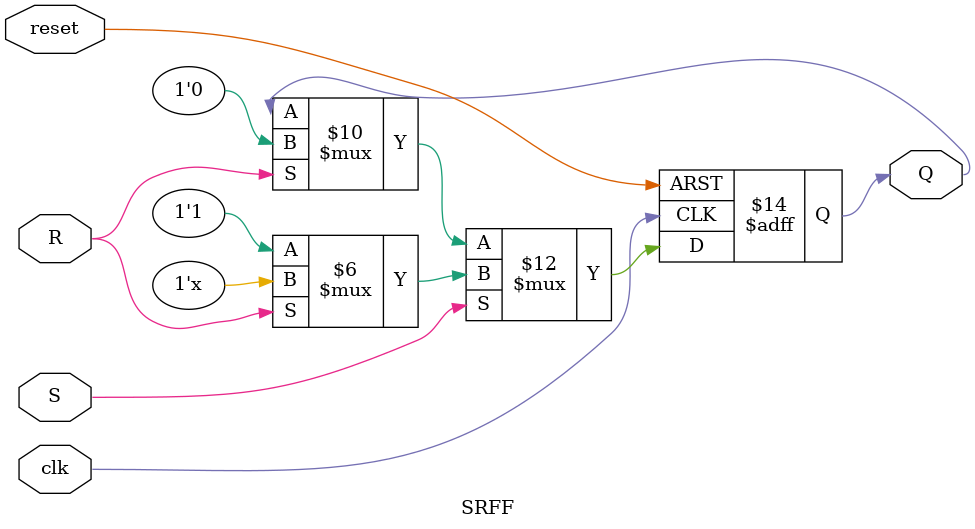
<source format=v>
module q3(A,B,x,y,clk,reset);

input clk,reset,x;
output A,B,y;

wire Sa,Ra,Sb,Rb;

assign Sa = ((~x) & (~A) & (~B)) | (x & B);
assign Ra = ((~x) & A & (~B));
assign Sb = (x | ~A);
assign Rb = ((~x) & A);
assign y = (~x) | (A & B);

SRFF SRFFa(Sa,Ra,clk,reset,A);
SRFF SRFFb(Sb,Rb,clk,reset,B);

endmodule

module SRFF(S,R,clk,reset,Q);

input S,R,clk,reset;
output reg Q;

always @(posedge clk,posedge reset) begin
    if(reset)begin
        Q<=0;
    end
    else if(S==0) begin
        if (R==0) begin
            Q<=Q;
        end
        else begin
            Q<=0;
        end
    end
    else begin
        if (R==0) begin
            Q<=1;
        end
        else begin
            Q<=1'bx;
        end
    end
end

endmodule
</source>
